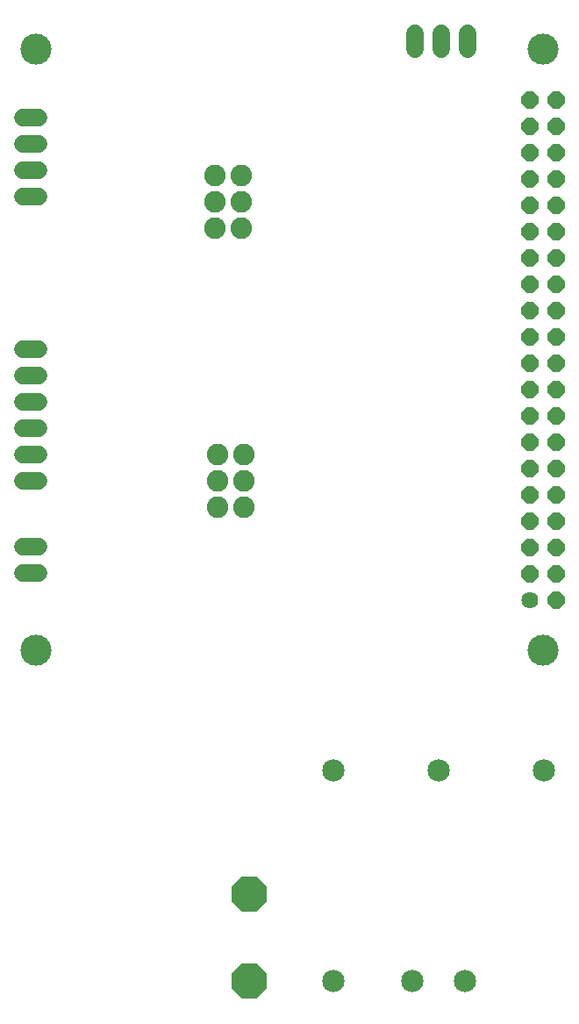
<source format=gbr>
G04 EAGLE Gerber RS-274X export*
G75*
%MOMM*%
%FSLAX34Y34*%
%LPD*%
%INSoldermask Bottom*%
%IPPOS*%
%AMOC8*
5,1,8,0,0,1.08239X$1,22.5*%
G01*
%ADD10C,1.625600*%
%ADD11P,1.759533X8X112.500000*%
%ADD12C,3.003200*%
%ADD13C,2.082800*%
%ADD14C,1.727200*%
%ADD15C,2.153200*%
%ADD16P,3.656530X8X22.500000*%


D10*
X657300Y458700D03*
D11*
X682700Y458700D03*
X657300Y484100D03*
X682700Y484100D03*
X657300Y509500D03*
X682700Y509500D03*
X657300Y534900D03*
X682700Y534900D03*
X657300Y560300D03*
X682700Y560300D03*
X657300Y585700D03*
X682700Y585700D03*
X657300Y611100D03*
X682700Y611100D03*
X657300Y636500D03*
X682700Y636500D03*
X657300Y661900D03*
X682700Y661900D03*
X657300Y687300D03*
X682700Y687300D03*
X657300Y712700D03*
X682700Y712700D03*
X657300Y738100D03*
X682700Y738100D03*
X657300Y763500D03*
X682700Y763500D03*
X657300Y788900D03*
X682700Y788900D03*
X657300Y814300D03*
X682700Y814300D03*
X657300Y839700D03*
X682700Y839700D03*
X657300Y865100D03*
X682700Y865100D03*
X657300Y890500D03*
X682700Y890500D03*
X657300Y915900D03*
X682700Y915900D03*
X657300Y941300D03*
X682700Y941300D03*
D12*
X180000Y410000D03*
X670000Y410000D03*
X180000Y990000D03*
X670000Y990000D03*
D13*
X353060Y868680D03*
X378460Y868680D03*
X353060Y843280D03*
X378460Y843280D03*
X353060Y817880D03*
X378460Y817880D03*
X355600Y599440D03*
X381000Y599440D03*
X355600Y574040D03*
X381000Y574040D03*
X355600Y548640D03*
X381000Y548640D03*
D14*
X182880Y701040D02*
X167640Y701040D01*
X167640Y675640D02*
X182880Y675640D01*
X182880Y650240D02*
X167640Y650240D01*
X167640Y624840D02*
X182880Y624840D01*
X182880Y599440D02*
X167640Y599440D01*
X167640Y574040D02*
X182880Y574040D01*
X546100Y990600D02*
X546100Y1005840D01*
X571500Y1005840D02*
X571500Y990600D01*
X596900Y990600D02*
X596900Y1005840D01*
X182880Y924560D02*
X167640Y924560D01*
X167640Y899160D02*
X182880Y899160D01*
X182880Y873760D02*
X167640Y873760D01*
X167640Y848360D02*
X182880Y848360D01*
X182880Y485140D02*
X167640Y485140D01*
X167640Y510540D02*
X182880Y510540D01*
D15*
X594360Y91440D03*
X543560Y91440D03*
X670560Y294640D03*
X568960Y294640D03*
X467360Y294640D03*
X467360Y91440D03*
D16*
X386080Y175260D03*
X386080Y91440D03*
M02*

</source>
